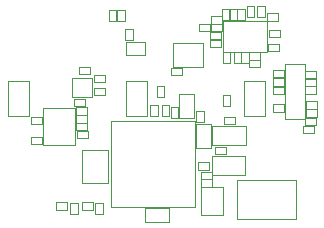
<source format=gbr>
%TF.GenerationSoftware,KiCad,Pcbnew,7.0.7*%
%TF.CreationDate,2024-01-17T15:08:19-08:00*%
%TF.ProjectId,beeper-design,62656570-6572-42d6-9465-7369676e2e6b,rev?*%
%TF.SameCoordinates,Original*%
%TF.FileFunction,Other,User*%
%FSLAX46Y46*%
G04 Gerber Fmt 4.6, Leading zero omitted, Abs format (unit mm)*
G04 Created by KiCad (PCBNEW 7.0.7) date 2024-01-17 15:08:19*
%MOMM*%
%LPD*%
G01*
G04 APERTURE LIST*
%ADD10C,0.050000*%
G04 APERTURE END LIST*
D10*
%TO.C,C31*%
X152068618Y-104424451D02*
X152068618Y-105054451D01*
X152068618Y-105054451D02*
X152998618Y-105054451D01*
X152998618Y-105054451D02*
X152998618Y-104424451D01*
X152998618Y-104424451D02*
X152068618Y-104424451D01*
%TO.C,C26*%
X152089978Y-106981520D02*
X152089978Y-107611520D01*
X152089978Y-107611520D02*
X153019978Y-107611520D01*
X153019978Y-107611520D02*
X153019978Y-106981520D01*
X153019978Y-106981520D02*
X152089978Y-106981520D01*
%TO.C,U4*%
X150354476Y-103865097D02*
X150354476Y-108465097D01*
X150354476Y-108465097D02*
X152014476Y-108465097D01*
X152014476Y-108465097D02*
X152014476Y-103865097D01*
X152014476Y-103865097D02*
X150354476Y-103865097D01*
%TO.C,C39*%
X152076181Y-105079569D02*
X152076181Y-105709569D01*
X152076181Y-105709569D02*
X153006181Y-105709569D01*
X153006181Y-105709569D02*
X153006181Y-105079569D01*
X153006181Y-105079569D02*
X152076181Y-105079569D01*
%TO.C,R1*%
X143956261Y-112782171D02*
X143956261Y-112152171D01*
X143956261Y-112152171D02*
X143026261Y-112152171D01*
X143026261Y-112152171D02*
X143026261Y-112782171D01*
X143026261Y-112782171D02*
X143956261Y-112782171D01*
%TO.C,C30*%
X152084244Y-105730190D02*
X152084244Y-106360190D01*
X152084244Y-106360190D02*
X153014244Y-106360190D01*
X153014244Y-106360190D02*
X153014244Y-105730190D01*
X153014244Y-105730190D02*
X152084244Y-105730190D01*
%TO.C,R9*%
X133597463Y-108155123D02*
X133597463Y-107525123D01*
X133597463Y-107525123D02*
X132667463Y-107525123D01*
X132667463Y-107525123D02*
X132667463Y-108155123D01*
X132667463Y-108155123D02*
X133597463Y-108155123D01*
%TO.C,R15*%
X133609081Y-109464322D02*
X133609081Y-108834322D01*
X133609081Y-108834322D02*
X132679081Y-108834322D01*
X132679081Y-108834322D02*
X132679081Y-109464322D01*
X132679081Y-109464322D02*
X133609081Y-109464322D01*
%TO.C,C17*%
X146628595Y-102847027D02*
X145998595Y-102847027D01*
X145998595Y-102847027D02*
X145998595Y-103777027D01*
X145998595Y-103777027D02*
X146628595Y-103777027D01*
X146628595Y-103777027D02*
X146628595Y-102847027D01*
%TO.C,R14*%
X133605502Y-108810783D02*
X133605502Y-108180783D01*
X133605502Y-108180783D02*
X132675502Y-108180783D01*
X132675502Y-108180783D02*
X132675502Y-108810783D01*
X132675502Y-108810783D02*
X133605502Y-108810783D01*
%TO.C,C47*%
X133376093Y-107415149D02*
X133376093Y-106785149D01*
X133376093Y-106785149D02*
X132446093Y-106785149D01*
X132446093Y-106785149D02*
X132446093Y-107415149D01*
X132446093Y-107415149D02*
X133376093Y-107415149D01*
%TO.C,U7*%
X136855635Y-103118286D02*
X138457635Y-103118286D01*
X138457635Y-103118286D02*
X138457635Y-101965286D01*
X138457635Y-101965286D02*
X136855635Y-101965286D01*
X136855635Y-101965286D02*
X136855635Y-103118286D01*
%TO.C,U12*%
X133998387Y-106654378D02*
X133998387Y-105001378D01*
X133998387Y-105001378D02*
X132345387Y-105001378D01*
X132345387Y-105001378D02*
X132345387Y-106654378D01*
X132345387Y-106654378D02*
X133998387Y-106654378D01*
%TO.C,C15*%
X147308593Y-103492741D02*
X147308593Y-104122741D01*
X147308593Y-104122741D02*
X148238593Y-104122741D01*
X148238593Y-104122741D02*
X148238593Y-103492741D01*
X148238593Y-103492741D02*
X147308593Y-103492741D01*
%TO.C,R10*%
X133632981Y-110135273D02*
X133632981Y-109505273D01*
X133632981Y-109505273D02*
X132702981Y-109505273D01*
X132702981Y-109505273D02*
X132702981Y-110135273D01*
X132702981Y-110135273D02*
X133632981Y-110135273D01*
%TO.C,C38*%
X151839705Y-109077102D02*
X151839705Y-109707102D01*
X151839705Y-109707102D02*
X152769705Y-109707102D01*
X152769705Y-109707102D02*
X152769705Y-109077102D01*
X152769705Y-109077102D02*
X151839705Y-109077102D01*
%TO.C,C16*%
X145671114Y-100087210D02*
X146301114Y-100087210D01*
X146301114Y-100087210D02*
X146301114Y-99157210D01*
X146301114Y-99157210D02*
X145671114Y-99157210D01*
X145671114Y-99157210D02*
X145671114Y-100087210D01*
%TO.C,L1*%
X142829542Y-108786660D02*
X143459542Y-108786660D01*
X143459542Y-108786660D02*
X143459542Y-107856660D01*
X143459542Y-107856660D02*
X142829542Y-107856660D01*
X142829542Y-107856660D02*
X142829542Y-108786660D01*
%TO.C,R6*%
X143101929Y-100459174D02*
X143101929Y-101089174D01*
X143101929Y-101089174D02*
X144031929Y-101089174D01*
X144031929Y-101089174D02*
X144031929Y-100459174D01*
X144031929Y-100459174D02*
X143101929Y-100459174D01*
%TO.C,C12*%
X145211194Y-108290838D02*
X145211194Y-108920838D01*
X145211194Y-108920838D02*
X146141194Y-108920838D01*
X146141194Y-108920838D02*
X146141194Y-108290838D01*
X146141194Y-108290838D02*
X145211194Y-108290838D01*
%TO.C,C43*%
X129783609Y-108937303D02*
X129783609Y-108307303D01*
X129783609Y-108307303D02*
X128853609Y-108307303D01*
X128853609Y-108307303D02*
X128853609Y-108937303D01*
X128853609Y-108937303D02*
X129783609Y-108937303D01*
%TO.C,U3*%
X145063236Y-100199687D02*
X145063236Y-102799687D01*
X145063236Y-102799687D02*
X148863236Y-102799687D01*
X148863236Y-102799687D02*
X148863236Y-100199687D01*
X148863236Y-100199687D02*
X145063236Y-100199687D01*
%TO.C,U9*%
X129878464Y-107545651D02*
X129878464Y-110697651D01*
X129878464Y-110697651D02*
X132531464Y-110697651D01*
X132531464Y-110697651D02*
X132531464Y-107545651D01*
X132531464Y-107545651D02*
X129878464Y-107545651D01*
%TO.C,R2*%
X144073973Y-100457979D02*
X144073973Y-101087979D01*
X144073973Y-101087979D02*
X145003973Y-101087979D01*
X145003973Y-101087979D02*
X145003973Y-100457979D01*
X145003973Y-100457979D02*
X144073973Y-100457979D01*
%TO.C,C14*%
X147277235Y-102848360D02*
X146647235Y-102848360D01*
X146647235Y-102848360D02*
X146647235Y-103778360D01*
X146647235Y-103778360D02*
X147277235Y-103778360D01*
X147277235Y-103778360D02*
X147277235Y-102848360D01*
%TO.C,C7*%
X138953449Y-108279680D02*
X139583449Y-108279680D01*
X139583449Y-108279680D02*
X139583449Y-107349680D01*
X139583449Y-107349680D02*
X138953449Y-107349680D01*
X138953449Y-107349680D02*
X138953449Y-108279680D01*
%TO.C,C42*%
X129753633Y-110619767D02*
X129753633Y-109989767D01*
X129753633Y-109989767D02*
X128823633Y-109989767D01*
X128823633Y-109989767D02*
X128823633Y-110619767D01*
X128823633Y-110619767D02*
X129753633Y-110619767D01*
%TO.C,C10*%
X140683942Y-104179776D02*
X140683942Y-104809776D01*
X140683942Y-104809776D02*
X141613942Y-104809776D01*
X141613942Y-104809776D02*
X141613942Y-104179776D01*
X141613942Y-104179776D02*
X140683942Y-104179776D01*
%TO.C,C4*%
X144207477Y-109102067D02*
X144207477Y-110702067D01*
X144207477Y-110702067D02*
X147007477Y-110702067D01*
X147007477Y-110702067D02*
X147007477Y-109102067D01*
X147007477Y-109102067D02*
X144207477Y-109102067D01*
%TO.C,R4*%
X145010693Y-100432355D02*
X145010693Y-99802355D01*
X145010693Y-99802355D02*
X144080693Y-99802355D01*
X144080693Y-99802355D02*
X144080693Y-100432355D01*
X144080693Y-100432355D02*
X145010693Y-100432355D01*
%TO.C,C3*%
X138475380Y-115992757D02*
X138475380Y-117242757D01*
X138475380Y-117242757D02*
X140525380Y-117242757D01*
X140525380Y-117242757D02*
X140525380Y-115992757D01*
X140525380Y-115992757D02*
X138475380Y-115992757D01*
%TO.C,U14*%
X128699500Y-108250000D02*
X128699500Y-105250000D01*
X128699500Y-105250000D02*
X126900500Y-105250000D01*
X126900500Y-105250000D02*
X126900500Y-108250000D01*
X126900500Y-108250000D02*
X128699500Y-108250000D01*
%TO.C,R5*%
X143996376Y-101792433D02*
X143996376Y-102422433D01*
X143996376Y-102422433D02*
X144926376Y-102422433D01*
X144926376Y-102422433D02*
X144926376Y-101792433D01*
X144926376Y-101792433D02*
X143996376Y-101792433D01*
%TO.C,C5*%
X143234300Y-112953921D02*
X143234300Y-113583921D01*
X143234300Y-113583921D02*
X144164300Y-113583921D01*
X144164300Y-113583921D02*
X144164300Y-112953921D01*
X144164300Y-112953921D02*
X143234300Y-112953921D01*
%TO.C,C9*%
X139485342Y-106622497D02*
X140115342Y-106622497D01*
X140115342Y-106622497D02*
X140115342Y-105692497D01*
X140115342Y-105692497D02*
X139485342Y-105692497D01*
X139485342Y-105692497D02*
X139485342Y-106622497D01*
%TO.C,U15*%
X138699500Y-108250000D02*
X138699500Y-105250000D01*
X138699500Y-105250000D02*
X136900500Y-105250000D01*
X136900500Y-105250000D02*
X136900500Y-108250000D01*
X136900500Y-108250000D02*
X138699500Y-108250000D01*
%TO.C,R3*%
X144022956Y-101125168D02*
X144022956Y-101755168D01*
X144022956Y-101755168D02*
X144952956Y-101755168D01*
X144952956Y-101755168D02*
X144952956Y-101125168D01*
X144952956Y-101125168D02*
X144022956Y-101125168D01*
%TO.C,C24*%
X147097919Y-99851036D02*
X147727919Y-99851036D01*
X147727919Y-99851036D02*
X147727919Y-98921036D01*
X147727919Y-98921036D02*
X147097919Y-98921036D01*
X147097919Y-98921036D02*
X147097919Y-99851036D01*
%TO.C,C23*%
X148021985Y-99850257D02*
X148651985Y-99850257D01*
X148651985Y-99850257D02*
X148651985Y-98920257D01*
X148651985Y-98920257D02*
X148021985Y-98920257D01*
X148021985Y-98920257D02*
X148021985Y-99850257D01*
%TO.C,D1*%
X140827328Y-104063321D02*
X143367328Y-104063321D01*
X143367328Y-104063321D02*
X143367328Y-102031321D01*
X143367328Y-102031321D02*
X140827328Y-102031321D01*
X140827328Y-102031321D02*
X140827328Y-104063321D01*
%TO.C,C25*%
X136840799Y-101818140D02*
X137470799Y-101818140D01*
X137470799Y-101818140D02*
X137470799Y-100888140D01*
X137470799Y-100888140D02*
X136840799Y-100888140D01*
X136840799Y-100888140D02*
X136840799Y-101818140D01*
%TO.C,C11*%
X140701654Y-108377100D02*
X141331654Y-108377100D01*
X141331654Y-108377100D02*
X141331654Y-107447100D01*
X141331654Y-107447100D02*
X140701654Y-107447100D01*
X140701654Y-107447100D02*
X140701654Y-108377100D01*
%TO.C,C13*%
X143225345Y-113603956D02*
X143225345Y-114233956D01*
X143225345Y-114233956D02*
X144155345Y-114233956D01*
X144155345Y-114233956D02*
X144155345Y-113603956D01*
X144155345Y-113603956D02*
X143225345Y-113603956D01*
%TO.C,L2*%
X145371612Y-111477222D02*
X145371612Y-110847222D01*
X145371612Y-110847222D02*
X144441612Y-110847222D01*
X144441612Y-110847222D02*
X144441612Y-111477222D01*
X144441612Y-111477222D02*
X145371612Y-111477222D01*
%TO.C,R12*%
X150263591Y-105681339D02*
X150263591Y-105051339D01*
X150263591Y-105051339D02*
X149333591Y-105051339D01*
X149333591Y-105051339D02*
X149333591Y-105681339D01*
X149333591Y-105681339D02*
X150263591Y-105681339D01*
%TO.C,XTAL1*%
X133146526Y-111155541D02*
X133146526Y-113913541D01*
X133146526Y-113913541D02*
X135365526Y-113913541D01*
X135365526Y-113913541D02*
X135365526Y-111155541D01*
X135365526Y-111155541D02*
X133146526Y-111155541D01*
%TO.C,C29*%
X145081860Y-107362648D02*
X145711860Y-107362648D01*
X145711860Y-107362648D02*
X145711860Y-106432648D01*
X145711860Y-106432648D02*
X145081860Y-106432648D01*
X145081860Y-106432648D02*
X145081860Y-107362648D01*
%TO.C,C28*%
X150278019Y-106409842D02*
X150278019Y-105779842D01*
X150278019Y-105779842D02*
X149348019Y-105779842D01*
X149348019Y-105779842D02*
X149348019Y-106409842D01*
X149348019Y-106409842D02*
X150278019Y-106409842D01*
%TO.C,C49*%
X134296295Y-116567390D02*
X134926295Y-116567390D01*
X134926295Y-116567390D02*
X134926295Y-115637390D01*
X134926295Y-115637390D02*
X134296295Y-115637390D01*
X134296295Y-115637390D02*
X134296295Y-116567390D01*
%TO.C,R11*%
X133175842Y-115555261D02*
X133175842Y-116185261D01*
X133175842Y-116185261D02*
X134105842Y-116185261D01*
X134105842Y-116185261D02*
X134105842Y-115555261D01*
X134105842Y-115555261D02*
X133175842Y-115555261D01*
%TO.C,C8*%
X139903368Y-108259860D02*
X140533368Y-108259860D01*
X140533368Y-108259860D02*
X140533368Y-107329860D01*
X140533368Y-107329860D02*
X139903368Y-107329860D01*
X139903368Y-107329860D02*
X139903368Y-108259860D01*
%TO.C,C50*%
X132165158Y-116566204D02*
X132795158Y-116566204D01*
X132795158Y-116566204D02*
X132795158Y-115636204D01*
X132795158Y-115636204D02*
X132165158Y-115636204D01*
X132165158Y-115636204D02*
X132165158Y-116566204D01*
%TO.C,C27*%
X150280876Y-107873483D02*
X150280876Y-107243483D01*
X150280876Y-107243483D02*
X149350876Y-107243483D01*
X149350876Y-107243483D02*
X149350876Y-107873483D01*
X149350876Y-107873483D02*
X150280876Y-107873483D01*
%TO.C,U5*%
X146250000Y-116950000D02*
X151250000Y-116950000D01*
X151250000Y-116950000D02*
X151250000Y-113650000D01*
X151250000Y-113650000D02*
X146250000Y-113650000D01*
X146250000Y-113650000D02*
X146250000Y-116950000D01*
%TO.C,C6*%
X144200645Y-111636869D02*
X144200645Y-113236869D01*
X144200645Y-113236869D02*
X147000645Y-113236869D01*
X147000645Y-113236869D02*
X147000645Y-111636869D01*
X147000645Y-111636869D02*
X144200645Y-111636869D01*
%TO.C,R13*%
X150273600Y-104983146D02*
X150273600Y-104353146D01*
X150273600Y-104353146D02*
X149343600Y-104353146D01*
X149343600Y-104353146D02*
X149343600Y-104983146D01*
X149343600Y-104983146D02*
X150273600Y-104983146D01*
%TO.C,R19*%
X130953516Y-115555261D02*
X130953516Y-116185261D01*
X130953516Y-116185261D02*
X131883516Y-116185261D01*
X131883516Y-116185261D02*
X131883516Y-115555261D01*
X131883516Y-115555261D02*
X130953516Y-115555261D01*
%TO.C,R17*%
X135069516Y-105390313D02*
X135069516Y-104760313D01*
X135069516Y-104760313D02*
X134139516Y-104760313D01*
X134139516Y-104760313D02*
X134139516Y-105390313D01*
X134139516Y-105390313D02*
X135069516Y-105390313D01*
%TO.C,C22*%
X148943037Y-102142326D02*
X148943037Y-102772326D01*
X148943037Y-102772326D02*
X149873037Y-102772326D01*
X149873037Y-102772326D02*
X149873037Y-102142326D01*
X149873037Y-102142326D02*
X148943037Y-102142326D01*
%TO.C,C21*%
X148958010Y-100953288D02*
X148958010Y-101583288D01*
X148958010Y-101583288D02*
X149888010Y-101583288D01*
X149888010Y-101583288D02*
X149888010Y-100953288D01*
X149888010Y-100953288D02*
X148958010Y-100953288D01*
%TO.C,U1*%
X142715165Y-108650086D02*
X135645165Y-108650086D01*
X135645165Y-108650086D02*
X135645165Y-115920086D01*
X135645165Y-115920086D02*
X142715165Y-115920086D01*
X142715165Y-115920086D02*
X142715165Y-108650086D01*
%TO.C,U2*%
X143262568Y-116668836D02*
X145062568Y-116668836D01*
X145062568Y-116668836D02*
X145062568Y-114268836D01*
X145062568Y-114268836D02*
X143262568Y-114268836D01*
X143262568Y-114268836D02*
X143262568Y-116668836D01*
%TO.C,R16*%
X135078586Y-106487786D02*
X135078586Y-105857786D01*
X135078586Y-105857786D02*
X134148586Y-105857786D01*
X134148586Y-105857786D02*
X134148586Y-106487786D01*
X134148586Y-106487786D02*
X135078586Y-106487786D01*
%TO.C,C20*%
X148832208Y-99530030D02*
X148832208Y-100160030D01*
X148832208Y-100160030D02*
X149762208Y-100160030D01*
X149762208Y-100160030D02*
X149762208Y-99530030D01*
X149762208Y-99530030D02*
X148832208Y-99530030D01*
%TO.C,R7*%
X145647967Y-99154951D02*
X145017967Y-99154951D01*
X145017967Y-99154951D02*
X145017967Y-100084951D01*
X145017967Y-100084951D02*
X145647967Y-100084951D01*
X145647967Y-100084951D02*
X145647967Y-99154951D01*
%TO.C,C19*%
X147301881Y-102844876D02*
X147301881Y-103474876D01*
X147301881Y-103474876D02*
X148231881Y-103474876D01*
X148231881Y-103474876D02*
X148231881Y-102844876D01*
X148231881Y-102844876D02*
X147301881Y-102844876D01*
%TO.C,C2*%
X144107328Y-108929105D02*
X142857328Y-108929105D01*
X142857328Y-108929105D02*
X142857328Y-110979105D01*
X142857328Y-110979105D02*
X144107328Y-110979105D01*
X144107328Y-110979105D02*
X144107328Y-108929105D01*
%TO.C,C36*%
X135418934Y-100242476D02*
X136048934Y-100242476D01*
X136048934Y-100242476D02*
X136048934Y-99312476D01*
X136048934Y-99312476D02*
X135418934Y-99312476D01*
X135418934Y-99312476D02*
X135418934Y-100242476D01*
%TO.C,C37*%
X152067531Y-108380047D02*
X152067531Y-109010047D01*
X152067531Y-109010047D02*
X152997531Y-109010047D01*
X152997531Y-109010047D02*
X152997531Y-108380047D01*
X152997531Y-108380047D02*
X152067531Y-108380047D01*
%TO.C,U16*%
X148699500Y-108250000D02*
X148699500Y-105250000D01*
X148699500Y-105250000D02*
X146900500Y-105250000D01*
X146900500Y-105250000D02*
X146900500Y-108250000D01*
X146900500Y-108250000D02*
X148699500Y-108250000D01*
%TO.C,C1*%
X141390967Y-108395290D02*
X142640967Y-108395290D01*
X142640967Y-108395290D02*
X142640967Y-106345290D01*
X142640967Y-106345290D02*
X141390967Y-106345290D01*
X141390967Y-106345290D02*
X141390967Y-108395290D01*
%TO.C,R8*%
X145066903Y-103756558D02*
X145696903Y-103756558D01*
X145696903Y-103756558D02*
X145696903Y-102826558D01*
X145696903Y-102826558D02*
X145066903Y-102826558D01*
X145066903Y-102826558D02*
X145066903Y-103756558D01*
%TO.C,C48*%
X132945033Y-104060575D02*
X132945033Y-104690575D01*
X132945033Y-104690575D02*
X133875033Y-104690575D01*
X133875033Y-104690575D02*
X133875033Y-104060575D01*
X133875033Y-104060575D02*
X132945033Y-104060575D01*
%TO.C,C32*%
X152090018Y-107687676D02*
X152090018Y-108317676D01*
X152090018Y-108317676D02*
X153020018Y-108317676D01*
X153020018Y-108317676D02*
X153020018Y-107687676D01*
X153020018Y-107687676D02*
X152090018Y-107687676D01*
%TO.C,R18*%
X136143667Y-100229658D02*
X136773667Y-100229658D01*
X136773667Y-100229658D02*
X136773667Y-99299658D01*
X136773667Y-99299658D02*
X136143667Y-99299658D01*
X136143667Y-99299658D02*
X136143667Y-100229658D01*
%TO.C,C18*%
X146322795Y-100086386D02*
X146952795Y-100086386D01*
X146952795Y-100086386D02*
X146952795Y-99156386D01*
X146952795Y-99156386D02*
X146322795Y-99156386D01*
X146322795Y-99156386D02*
X146322795Y-100086386D01*
%TD*%
M02*

</source>
